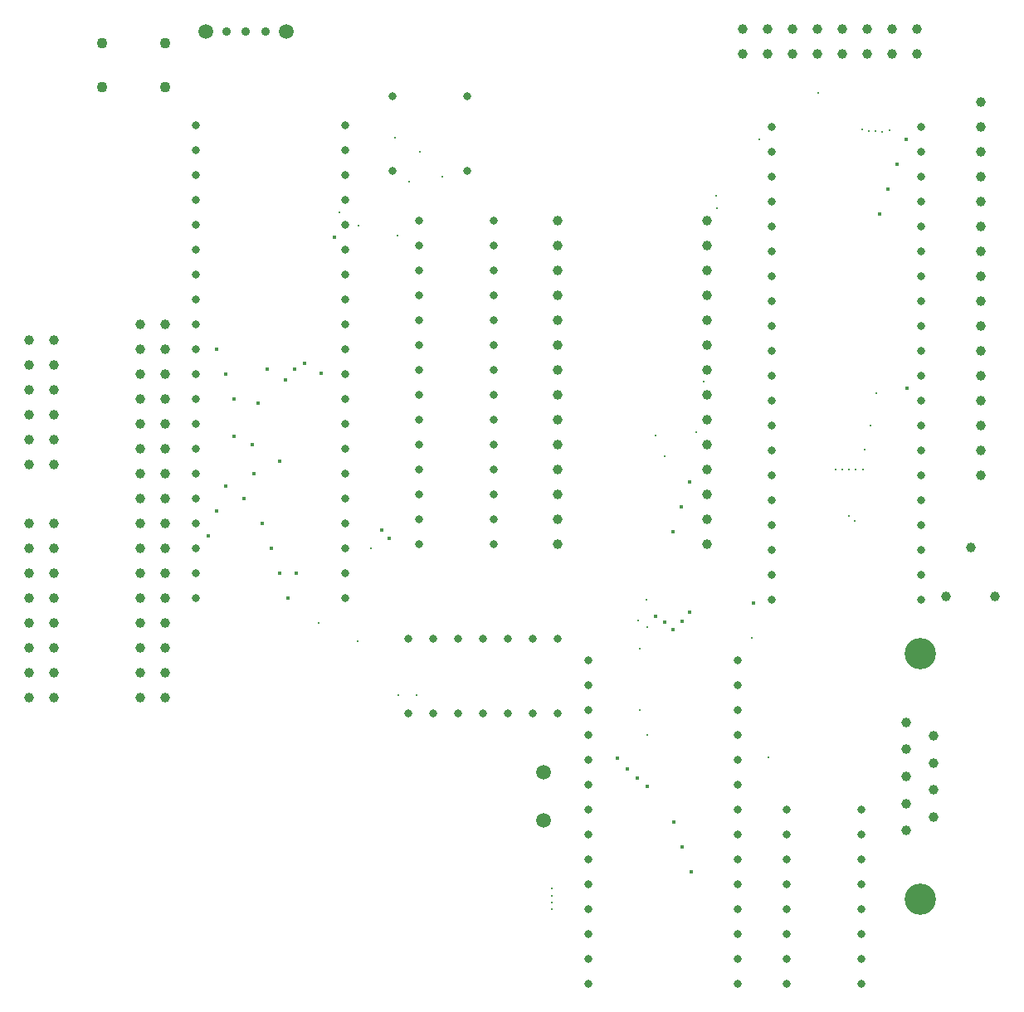
<source format=gbr>
%TF.GenerationSoftware,KiCad,Pcbnew,7.0.9*%
%TF.CreationDate,2024-02-07T01:22:04+02:00*%
%TF.ProjectId,W65C02Computer,57363543-3032-4436-9f6d-70757465722e,rev?*%
%TF.SameCoordinates,Original*%
%TF.FileFunction,Plated,1,2,PTH,Drill*%
%TF.FilePolarity,Positive*%
%FSLAX46Y46*%
G04 Gerber Fmt 4.6, Leading zero omitted, Abs format (unit mm)*
G04 Created by KiCad (PCBNEW 7.0.9) date 2024-02-07 01:22:04*
%MOMM*%
%LPD*%
G01*
G04 APERTURE LIST*
%TA.AperFunction,ViaDrill*%
%ADD10C,0.300000*%
%TD*%
%TA.AperFunction,ViaDrill*%
%ADD11C,0.400000*%
%TD*%
%TA.AperFunction,ComponentDrill*%
%ADD12C,0.800000*%
%TD*%
%TA.AperFunction,ComponentDrill*%
%ADD13C,0.900000*%
%TD*%
%TA.AperFunction,ComponentDrill*%
%ADD14C,1.000000*%
%TD*%
%TA.AperFunction,ComponentDrill*%
%ADD15C,1.100000*%
%TD*%
%TA.AperFunction,ComponentDrill*%
%ADD16C,1.500000*%
%TD*%
%TA.AperFunction,ComponentDrill*%
%ADD17C,3.200000*%
%TD*%
G04 APERTURE END LIST*
D10*
X183310000Y-93960000D03*
X185430000Y-52020000D03*
X187270000Y-95810000D03*
X187400000Y-53350000D03*
X188640000Y-86330000D03*
X191110000Y-44410000D03*
X191350000Y-54400000D03*
X191490000Y-101260000D03*
X192560000Y-48910000D03*
X193340000Y-101290000D03*
X193670000Y-45800000D03*
X195980000Y-48340000D03*
X207150000Y-121050000D03*
X207150000Y-121749503D03*
X207150000Y-122449006D03*
X207150000Y-123148509D03*
X215960000Y-93710000D03*
X216050000Y-102820000D03*
X216070000Y-96560000D03*
X216730000Y-91540000D03*
X216860000Y-94380000D03*
X216860000Y-105380000D03*
X217700000Y-74770000D03*
X218670000Y-76940000D03*
X221880000Y-74460000D03*
X222640000Y-69330000D03*
X223900000Y-50340000D03*
X223960000Y-51580000D03*
X227520000Y-95490000D03*
X228260000Y-44580000D03*
X229180000Y-107632500D03*
X234332500Y-39830000D03*
X236029500Y-78269500D03*
X236728280Y-78301286D03*
X237427781Y-78299901D03*
X237450000Y-83050000D03*
X238000000Y-83550000D03*
X238127283Y-78300004D03*
X238750000Y-43550000D03*
X238826785Y-78300000D03*
X239029500Y-76200000D03*
X239450000Y-43700000D03*
X239629500Y-73800000D03*
X240150000Y-43750000D03*
X240250000Y-70450000D03*
X240850000Y-43800000D03*
X241580378Y-43630378D03*
D11*
X172090000Y-85060000D03*
X172950000Y-66010000D03*
X172950000Y-82520000D03*
X173830000Y-68550000D03*
X173830000Y-79990000D03*
X174690000Y-71100000D03*
X174690000Y-74900000D03*
X175690000Y-81250000D03*
X176540000Y-75750000D03*
X176760000Y-78700000D03*
X177130000Y-71470000D03*
X177600000Y-83790000D03*
X178090000Y-68040000D03*
X178460000Y-86330000D03*
X179310000Y-77460000D03*
X179310000Y-88870000D03*
X179910000Y-69140000D03*
X180170000Y-91420000D03*
X180840000Y-68050000D03*
X181030000Y-88860000D03*
X181870000Y-67450000D03*
X183570000Y-68440000D03*
X184900000Y-54580000D03*
X189720000Y-84470000D03*
X190560000Y-85320000D03*
X213800000Y-107700000D03*
X214850000Y-108850000D03*
X215850000Y-109800000D03*
X216890500Y-110650000D03*
X217740000Y-93270000D03*
X218620000Y-93880000D03*
X219470000Y-84630000D03*
X219470000Y-94600000D03*
X219550000Y-114250000D03*
X220320000Y-82120000D03*
X220400000Y-93730000D03*
X220400000Y-116800000D03*
X221180000Y-92820000D03*
X221190000Y-79530000D03*
X221300000Y-119350000D03*
X227710000Y-91940000D03*
X240590000Y-52160000D03*
X241420000Y-49650000D03*
X242340000Y-47100000D03*
X243290000Y-44550000D03*
X243355000Y-69960000D03*
D12*
%TO.C,U1*%
X170830000Y-43150000D03*
X170830000Y-45690000D03*
X170830000Y-48230000D03*
X170830000Y-50770000D03*
X170830000Y-53310000D03*
X170830000Y-55850000D03*
X170830000Y-58390000D03*
X170830000Y-60930000D03*
X170830000Y-63470000D03*
X170830000Y-66010000D03*
X170830000Y-68550000D03*
X170830000Y-71090000D03*
X170830000Y-73630000D03*
X170830000Y-76170000D03*
X170830000Y-78710000D03*
X170830000Y-81250000D03*
X170830000Y-83790000D03*
X170830000Y-86330000D03*
X170830000Y-88870000D03*
X170830000Y-91410000D03*
X186070000Y-43150000D03*
X186070000Y-45690000D03*
X186070000Y-48230000D03*
X186070000Y-50770000D03*
X186070000Y-53310000D03*
X186070000Y-55850000D03*
X186070000Y-58390000D03*
X186070000Y-60930000D03*
X186070000Y-63470000D03*
X186070000Y-66010000D03*
X186070000Y-68550000D03*
X186070000Y-71090000D03*
X186070000Y-73630000D03*
X186070000Y-76170000D03*
X186070000Y-78710000D03*
X186070000Y-81250000D03*
X186070000Y-83790000D03*
X186070000Y-86330000D03*
X186070000Y-88870000D03*
X186070000Y-91410000D03*
%TO.C,X1*%
X190860000Y-40190000D03*
X190860000Y-47810000D03*
%TO.C,U4*%
X192430000Y-95510000D03*
X192430000Y-103130000D03*
%TO.C,U3*%
X193530000Y-52850000D03*
X193530000Y-55390000D03*
X193530000Y-57930000D03*
X193530000Y-60470000D03*
X193530000Y-63010000D03*
X193530000Y-65550000D03*
X193530000Y-68090000D03*
X193530000Y-70630000D03*
X193530000Y-73170000D03*
X193530000Y-75710000D03*
X193530000Y-78250000D03*
X193530000Y-80790000D03*
X193530000Y-83330000D03*
X193530000Y-85870000D03*
%TO.C,U4*%
X194970000Y-95510000D03*
X194970000Y-103130000D03*
X197510000Y-95510000D03*
X197510000Y-103130000D03*
%TO.C,X1*%
X198480000Y-40190000D03*
X198480000Y-47810000D03*
%TO.C,U4*%
X200050000Y-95510000D03*
X200050000Y-103130000D03*
%TO.C,U3*%
X201150000Y-52850000D03*
X201150000Y-55390000D03*
X201150000Y-57930000D03*
X201150000Y-60470000D03*
X201150000Y-63010000D03*
X201150000Y-65550000D03*
X201150000Y-68090000D03*
X201150000Y-70630000D03*
X201150000Y-73170000D03*
X201150000Y-75710000D03*
X201150000Y-78250000D03*
X201150000Y-80790000D03*
X201150000Y-83330000D03*
X201150000Y-85870000D03*
%TO.C,U4*%
X202590000Y-95510000D03*
X202590000Y-103130000D03*
X205130000Y-95510000D03*
X205130000Y-103130000D03*
X207670000Y-95510000D03*
X207670000Y-103130000D03*
%TO.C,U7*%
X210865000Y-97755000D03*
X210865000Y-100295000D03*
X210865000Y-102835000D03*
X210865000Y-105375000D03*
X210865000Y-107915000D03*
X210865000Y-110455000D03*
X210865000Y-112995000D03*
X210865000Y-115535000D03*
X210865000Y-118075000D03*
X210865000Y-120615000D03*
X210865000Y-123155000D03*
X210865000Y-125695000D03*
X210865000Y-128235000D03*
X210865000Y-130775000D03*
X226105000Y-97755000D03*
X226105000Y-100295000D03*
X226105000Y-102835000D03*
X226105000Y-105375000D03*
X226105000Y-107915000D03*
X226105000Y-110455000D03*
X226105000Y-112995000D03*
X226105000Y-115535000D03*
X226105000Y-118075000D03*
X226105000Y-120615000D03*
X226105000Y-123155000D03*
X226105000Y-125695000D03*
X226105000Y-128235000D03*
X226105000Y-130775000D03*
%TO.C,U5*%
X229530000Y-43290000D03*
X229530000Y-45830000D03*
X229530000Y-48370000D03*
X229530000Y-50910000D03*
X229530000Y-53450000D03*
X229530000Y-55990000D03*
X229530000Y-58530000D03*
X229530000Y-61070000D03*
X229530000Y-63610000D03*
X229530000Y-66150000D03*
X229530000Y-68690000D03*
X229530000Y-71230000D03*
X229530000Y-73770000D03*
X229530000Y-76310000D03*
X229530000Y-78850000D03*
X229530000Y-81390000D03*
X229530000Y-83930000D03*
X229530000Y-86470000D03*
X229530000Y-89010000D03*
X229530000Y-91550000D03*
%TO.C,U6*%
X231090000Y-113000000D03*
X231090000Y-115540000D03*
X231090000Y-118080000D03*
X231090000Y-120620000D03*
X231090000Y-123160000D03*
X231090000Y-125700000D03*
X231090000Y-128240000D03*
X231090000Y-130780000D03*
X238710000Y-113000000D03*
X238710000Y-115540000D03*
X238710000Y-118080000D03*
X238710000Y-120620000D03*
X238710000Y-123160000D03*
X238710000Y-125700000D03*
X238710000Y-128240000D03*
X238710000Y-130780000D03*
%TO.C,U5*%
X244770000Y-43290000D03*
X244770000Y-45830000D03*
X244770000Y-48370000D03*
X244770000Y-50910000D03*
X244770000Y-53450000D03*
X244770000Y-55990000D03*
X244770000Y-58530000D03*
X244770000Y-61070000D03*
X244770000Y-63610000D03*
X244770000Y-66150000D03*
X244770000Y-68690000D03*
X244770000Y-71230000D03*
X244770000Y-73770000D03*
X244770000Y-76310000D03*
X244770000Y-78850000D03*
X244770000Y-81390000D03*
X244770000Y-83930000D03*
X244770000Y-86470000D03*
X244770000Y-89010000D03*
X244770000Y-91550000D03*
D13*
%TO.C,SW2*%
X173890000Y-33530000D03*
X175890000Y-33530000D03*
X177890000Y-33530000D03*
D14*
%TO.C,REF\u002A\u002A*%
X153800000Y-65100000D03*
X153800000Y-67640000D03*
X153800000Y-70180000D03*
X153800000Y-72720000D03*
X153800000Y-75260000D03*
X153800000Y-77800000D03*
X153800000Y-83770000D03*
X153800000Y-86310000D03*
X153800000Y-88850000D03*
X153800000Y-91390000D03*
X153800000Y-93930000D03*
X153800000Y-96470000D03*
X153800000Y-99010000D03*
X153800000Y-101550000D03*
X156340000Y-65100000D03*
X156340000Y-67640000D03*
X156340000Y-70180000D03*
X156340000Y-72720000D03*
X156340000Y-75260000D03*
X156340000Y-77800000D03*
X156340000Y-83770000D03*
X156340000Y-86310000D03*
X156340000Y-88850000D03*
X156340000Y-91390000D03*
X156340000Y-93930000D03*
X156340000Y-96470000D03*
X156340000Y-99010000D03*
X156340000Y-101550000D03*
X165090000Y-63480000D03*
X165090000Y-66020000D03*
X165090000Y-68560000D03*
X165090000Y-71100000D03*
X165090000Y-73640000D03*
X165090000Y-76180000D03*
X165090000Y-78720000D03*
X165090000Y-81260000D03*
X165090000Y-83800000D03*
X165090000Y-86340000D03*
X165090000Y-88880000D03*
X165090000Y-91420000D03*
X165090000Y-93960000D03*
X165090000Y-96500000D03*
X165090000Y-99040000D03*
X165090000Y-101580000D03*
%TO.C,J3*%
X167630000Y-63480000D03*
X167630000Y-66020000D03*
X167630000Y-68560000D03*
X167630000Y-71100000D03*
X167630000Y-73640000D03*
X167630000Y-76180000D03*
X167630000Y-78720000D03*
X167630000Y-81260000D03*
X167630000Y-83800000D03*
X167630000Y-86340000D03*
X167630000Y-88880000D03*
X167630000Y-91420000D03*
X167630000Y-93960000D03*
X167630000Y-96500000D03*
X167630000Y-99040000D03*
X167630000Y-101580000D03*
%TO.C,U2*%
X207680000Y-52850000D03*
X207680000Y-55390000D03*
X207680000Y-57930000D03*
X207680000Y-60470000D03*
X207680000Y-63010000D03*
X207680000Y-65550000D03*
X207680000Y-68090000D03*
X207680000Y-70630000D03*
X207680000Y-73170000D03*
X207680000Y-75710000D03*
X207680000Y-78250000D03*
X207680000Y-80790000D03*
X207680000Y-83330000D03*
X207680000Y-85870000D03*
X222920000Y-52850000D03*
X222920000Y-55390000D03*
X222920000Y-57930000D03*
X222920000Y-60470000D03*
X222920000Y-63010000D03*
X222920000Y-65550000D03*
X222920000Y-68090000D03*
X222920000Y-70630000D03*
X222920000Y-73170000D03*
X222920000Y-75710000D03*
X222920000Y-78250000D03*
X222920000Y-80790000D03*
X222920000Y-83330000D03*
X222920000Y-85870000D03*
%TO.C,REF\u002A\u002A*%
X226600000Y-33310000D03*
X226600000Y-35850000D03*
X229140000Y-33310000D03*
X229140000Y-35850000D03*
X231680000Y-33310000D03*
X231680000Y-35850000D03*
X234220000Y-33310000D03*
X234220000Y-35850000D03*
X236760000Y-33310000D03*
X236760000Y-35850000D03*
X239300000Y-33310000D03*
X239300000Y-35850000D03*
X241840000Y-33310000D03*
X241840000Y-35850000D03*
%TO.C,J1*%
X243250000Y-104055000D03*
X243250000Y-106825000D03*
X243250000Y-109595000D03*
X243250000Y-112365000D03*
X243250000Y-115135000D03*
%TO.C,REF\u002A\u002A*%
X244380000Y-33310000D03*
X244380000Y-35850000D03*
%TO.C,J1*%
X246090000Y-105440000D03*
X246090000Y-108210000D03*
X246090000Y-110980000D03*
X246090000Y-113750000D03*
%TO.C,RV1*%
X247330000Y-91235000D03*
X249830000Y-86235000D03*
%TO.C,DS1*%
X250870000Y-40760000D03*
X250870000Y-43300000D03*
X250870000Y-45840000D03*
X250870000Y-48380000D03*
X250870000Y-50920000D03*
X250870000Y-53460000D03*
X250870000Y-56000000D03*
X250870000Y-58540000D03*
X250870000Y-61080000D03*
X250870000Y-63620000D03*
X250870000Y-66160000D03*
X250870000Y-68700000D03*
X250870000Y-71240000D03*
X250870000Y-73780000D03*
X250870000Y-76320000D03*
X250870000Y-78860000D03*
%TO.C,RV1*%
X252330000Y-91235000D03*
D15*
%TO.C,SW1*%
X161200000Y-34760000D03*
X161200000Y-39260000D03*
X167700000Y-34760000D03*
X167700000Y-39260000D03*
D16*
%TO.C,SW2*%
X171790000Y-33530000D03*
X179990000Y-33530000D03*
%TO.C,Y1*%
X206310000Y-109180000D03*
X206310000Y-114080000D03*
D17*
%TO.C,J1*%
X244670000Y-97095000D03*
X244670000Y-122095000D03*
M02*

</source>
